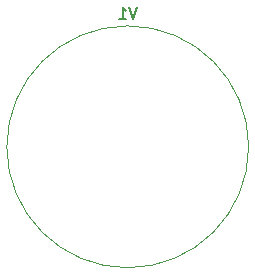
<source format=gbr>
%TF.GenerationSoftware,KiCad,Pcbnew,5.1.6-c6e7f7d~87~ubuntu20.04.1*%
%TF.CreationDate,2020-08-29T22:12:38-04:00*%
%TF.ProjectId,Tube AMP GU17 Power Output Stage,54756265-2041-44d5-9020-475531372050,rev?*%
%TF.SameCoordinates,Original*%
%TF.FileFunction,Legend,Bot*%
%TF.FilePolarity,Positive*%
%FSLAX46Y46*%
G04 Gerber Fmt 4.6, Leading zero omitted, Abs format (unit mm)*
G04 Created by KiCad (PCBNEW 5.1.6-c6e7f7d~87~ubuntu20.04.1) date 2020-08-29 22:12:38*
%MOMM*%
%LPD*%
G01*
G04 APERTURE LIST*
%ADD10C,0.120000*%
%ADD11C,0.150000*%
G04 APERTURE END LIST*
D10*
%TO.C,V1*%
X127189067Y-97250000D02*
G75*
G03*
X127189067Y-97250000I-10239067J0D01*
G01*
D11*
X117759523Y-85452380D02*
X117426190Y-86452380D01*
X117092857Y-85452380D01*
X116235714Y-86452380D02*
X116807142Y-86452380D01*
X116521428Y-86452380D02*
X116521428Y-85452380D01*
X116616666Y-85595238D01*
X116711904Y-85690476D01*
X116807142Y-85738095D01*
%TD*%
M02*

</source>
